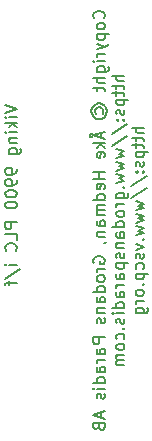
<source format=gbr>
%TF.GenerationSoftware,KiCad,Pcbnew,5.1.9+dfsg1-1*%
%TF.CreationDate,2021-05-25T15:53:09+02:00*%
%TF.ProjectId,i2c-control-interface,6932632d-636f-46e7-9472-6f6c2d696e74,rev?*%
%TF.SameCoordinates,Original*%
%TF.FileFunction,Legend,Bot*%
%TF.FilePolarity,Positive*%
%FSLAX46Y46*%
G04 Gerber Fmt 4.6, Leading zero omitted, Abs format (unit mm)*
G04 Created by KiCad (PCBNEW 5.1.9+dfsg1-1) date 2021-05-25 15:53:09*
%MOMM*%
%LPD*%
G01*
G04 APERTURE LIST*
%ADD10C,0.150000*%
G04 APERTURE END LIST*
D10*
X125834142Y-104189761D02*
X125881761Y-104142142D01*
X125929380Y-103999285D01*
X125929380Y-103904047D01*
X125881761Y-103761190D01*
X125786523Y-103665952D01*
X125691285Y-103618333D01*
X125500809Y-103570714D01*
X125357952Y-103570714D01*
X125167476Y-103618333D01*
X125072238Y-103665952D01*
X124977000Y-103761190D01*
X124929380Y-103904047D01*
X124929380Y-103999285D01*
X124977000Y-104142142D01*
X125024619Y-104189761D01*
X125929380Y-104761190D02*
X125881761Y-104665952D01*
X125834142Y-104618333D01*
X125738904Y-104570714D01*
X125453190Y-104570714D01*
X125357952Y-104618333D01*
X125310333Y-104665952D01*
X125262714Y-104761190D01*
X125262714Y-104904047D01*
X125310333Y-104999285D01*
X125357952Y-105046904D01*
X125453190Y-105094523D01*
X125738904Y-105094523D01*
X125834142Y-105046904D01*
X125881761Y-104999285D01*
X125929380Y-104904047D01*
X125929380Y-104761190D01*
X125262714Y-105523095D02*
X126262714Y-105523095D01*
X125310333Y-105523095D02*
X125262714Y-105618333D01*
X125262714Y-105808809D01*
X125310333Y-105904047D01*
X125357952Y-105951666D01*
X125453190Y-105999285D01*
X125738904Y-105999285D01*
X125834142Y-105951666D01*
X125881761Y-105904047D01*
X125929380Y-105808809D01*
X125929380Y-105618333D01*
X125881761Y-105523095D01*
X125262714Y-106332619D02*
X125929380Y-106570714D01*
X125262714Y-106808809D02*
X125929380Y-106570714D01*
X126167476Y-106475476D01*
X126215095Y-106427857D01*
X126262714Y-106332619D01*
X125929380Y-107189761D02*
X125262714Y-107189761D01*
X125453190Y-107189761D02*
X125357952Y-107237380D01*
X125310333Y-107285000D01*
X125262714Y-107380238D01*
X125262714Y-107475476D01*
X125929380Y-107808809D02*
X125262714Y-107808809D01*
X124929380Y-107808809D02*
X124977000Y-107761190D01*
X125024619Y-107808809D01*
X124977000Y-107856428D01*
X124929380Y-107808809D01*
X125024619Y-107808809D01*
X125262714Y-108713571D02*
X126072238Y-108713571D01*
X126167476Y-108665952D01*
X126215095Y-108618333D01*
X126262714Y-108523095D01*
X126262714Y-108380238D01*
X126215095Y-108285000D01*
X125881761Y-108713571D02*
X125929380Y-108618333D01*
X125929380Y-108427857D01*
X125881761Y-108332619D01*
X125834142Y-108285000D01*
X125738904Y-108237380D01*
X125453190Y-108237380D01*
X125357952Y-108285000D01*
X125310333Y-108332619D01*
X125262714Y-108427857D01*
X125262714Y-108618333D01*
X125310333Y-108713571D01*
X125929380Y-109189761D02*
X124929380Y-109189761D01*
X125929380Y-109618333D02*
X125405571Y-109618333D01*
X125310333Y-109570714D01*
X125262714Y-109475476D01*
X125262714Y-109332619D01*
X125310333Y-109237380D01*
X125357952Y-109189761D01*
X125262714Y-109951666D02*
X125262714Y-110332619D01*
X124929380Y-110094523D02*
X125786523Y-110094523D01*
X125881761Y-110142142D01*
X125929380Y-110237380D01*
X125929380Y-110332619D01*
X125167476Y-112237380D02*
X125119857Y-112142142D01*
X125119857Y-111951666D01*
X125167476Y-111856428D01*
X125262714Y-111761190D01*
X125357952Y-111713571D01*
X125548428Y-111713571D01*
X125643666Y-111761190D01*
X125738904Y-111856428D01*
X125786523Y-111951666D01*
X125786523Y-112142142D01*
X125738904Y-112237380D01*
X124786523Y-112046904D02*
X124834142Y-111808809D01*
X124977000Y-111570714D01*
X125215095Y-111427857D01*
X125453190Y-111380238D01*
X125691285Y-111427857D01*
X125929380Y-111570714D01*
X126072238Y-111808809D01*
X126119857Y-112046904D01*
X126072238Y-112285000D01*
X125929380Y-112523095D01*
X125691285Y-112665952D01*
X125453190Y-112713571D01*
X125215095Y-112665952D01*
X124977000Y-112523095D01*
X124834142Y-112285000D01*
X124786523Y-112046904D01*
X125643666Y-113856428D02*
X125643666Y-114332619D01*
X125929380Y-113761190D02*
X124929380Y-114094523D01*
X125929380Y-114427857D01*
X124929380Y-114094523D02*
X124881761Y-113999285D01*
X124786523Y-113951666D01*
X124691285Y-113999285D01*
X124643666Y-114094523D01*
X124691285Y-114189761D01*
X124786523Y-114237380D01*
X124881761Y-114189761D01*
X124929380Y-114094523D01*
X125929380Y-114761190D02*
X124929380Y-114761190D01*
X125548428Y-114856428D02*
X125929380Y-115142142D01*
X125262714Y-115142142D02*
X125643666Y-114761190D01*
X125881761Y-115951666D02*
X125929380Y-115856428D01*
X125929380Y-115665952D01*
X125881761Y-115570714D01*
X125786523Y-115523095D01*
X125405571Y-115523095D01*
X125310333Y-115570714D01*
X125262714Y-115665952D01*
X125262714Y-115856428D01*
X125310333Y-115951666D01*
X125405571Y-115999285D01*
X125500809Y-115999285D01*
X125596047Y-115523095D01*
X125929380Y-117189761D02*
X124929380Y-117189761D01*
X125405571Y-117189761D02*
X125405571Y-117761190D01*
X125929380Y-117761190D02*
X124929380Y-117761190D01*
X125881761Y-118618333D02*
X125929380Y-118523095D01*
X125929380Y-118332619D01*
X125881761Y-118237380D01*
X125786523Y-118189761D01*
X125405571Y-118189761D01*
X125310333Y-118237380D01*
X125262714Y-118332619D01*
X125262714Y-118523095D01*
X125310333Y-118618333D01*
X125405571Y-118665952D01*
X125500809Y-118665952D01*
X125596047Y-118189761D01*
X125929380Y-119523095D02*
X124929380Y-119523095D01*
X125881761Y-119523095D02*
X125929380Y-119427857D01*
X125929380Y-119237380D01*
X125881761Y-119142142D01*
X125834142Y-119094523D01*
X125738904Y-119046904D01*
X125453190Y-119046904D01*
X125357952Y-119094523D01*
X125310333Y-119142142D01*
X125262714Y-119237380D01*
X125262714Y-119427857D01*
X125310333Y-119523095D01*
X125929380Y-119999285D02*
X125262714Y-119999285D01*
X125357952Y-119999285D02*
X125310333Y-120046904D01*
X125262714Y-120142142D01*
X125262714Y-120285000D01*
X125310333Y-120380238D01*
X125405571Y-120427857D01*
X125929380Y-120427857D01*
X125405571Y-120427857D02*
X125310333Y-120475476D01*
X125262714Y-120570714D01*
X125262714Y-120713571D01*
X125310333Y-120808809D01*
X125405571Y-120856428D01*
X125929380Y-120856428D01*
X125929380Y-121761190D02*
X125405571Y-121761190D01*
X125310333Y-121713571D01*
X125262714Y-121618333D01*
X125262714Y-121427857D01*
X125310333Y-121332619D01*
X125881761Y-121761190D02*
X125929380Y-121665952D01*
X125929380Y-121427857D01*
X125881761Y-121332619D01*
X125786523Y-121285000D01*
X125691285Y-121285000D01*
X125596047Y-121332619D01*
X125548428Y-121427857D01*
X125548428Y-121665952D01*
X125500809Y-121761190D01*
X125262714Y-122237380D02*
X125929380Y-122237380D01*
X125357952Y-122237380D02*
X125310333Y-122285000D01*
X125262714Y-122380238D01*
X125262714Y-122523095D01*
X125310333Y-122618333D01*
X125405571Y-122665952D01*
X125929380Y-122665952D01*
X125881761Y-123189761D02*
X125929380Y-123189761D01*
X126024619Y-123142142D01*
X126072238Y-123094523D01*
X124977000Y-124904047D02*
X124929380Y-124808809D01*
X124929380Y-124665952D01*
X124977000Y-124523095D01*
X125072238Y-124427857D01*
X125167476Y-124380238D01*
X125357952Y-124332619D01*
X125500809Y-124332619D01*
X125691285Y-124380238D01*
X125786523Y-124427857D01*
X125881761Y-124523095D01*
X125929380Y-124665952D01*
X125929380Y-124761190D01*
X125881761Y-124904047D01*
X125834142Y-124951666D01*
X125500809Y-124951666D01*
X125500809Y-124761190D01*
X125929380Y-125380238D02*
X125262714Y-125380238D01*
X125453190Y-125380238D02*
X125357952Y-125427857D01*
X125310333Y-125475476D01*
X125262714Y-125570714D01*
X125262714Y-125665952D01*
X125929380Y-126142142D02*
X125881761Y-126046904D01*
X125834142Y-125999285D01*
X125738904Y-125951666D01*
X125453190Y-125951666D01*
X125357952Y-125999285D01*
X125310333Y-126046904D01*
X125262714Y-126142142D01*
X125262714Y-126284999D01*
X125310333Y-126380238D01*
X125357952Y-126427857D01*
X125453190Y-126475476D01*
X125738904Y-126475476D01*
X125834142Y-126427857D01*
X125881761Y-126380238D01*
X125929380Y-126284999D01*
X125929380Y-126142142D01*
X125929380Y-127332619D02*
X124929380Y-127332619D01*
X125881761Y-127332619D02*
X125929380Y-127237380D01*
X125929380Y-127046904D01*
X125881761Y-126951666D01*
X125834142Y-126904047D01*
X125738904Y-126856428D01*
X125453190Y-126856428D01*
X125357952Y-126904047D01*
X125310333Y-126951666D01*
X125262714Y-127046904D01*
X125262714Y-127237380D01*
X125310333Y-127332619D01*
X125929380Y-128237380D02*
X125405571Y-128237380D01*
X125310333Y-128189761D01*
X125262714Y-128094523D01*
X125262714Y-127904047D01*
X125310333Y-127808809D01*
X125881761Y-128237380D02*
X125929380Y-128142142D01*
X125929380Y-127904047D01*
X125881761Y-127808809D01*
X125786523Y-127761190D01*
X125691285Y-127761190D01*
X125596047Y-127808809D01*
X125548428Y-127904047D01*
X125548428Y-128142142D01*
X125500809Y-128237380D01*
X125262714Y-128713571D02*
X125929380Y-128713571D01*
X125357952Y-128713571D02*
X125310333Y-128761190D01*
X125262714Y-128856428D01*
X125262714Y-128999285D01*
X125310333Y-129094523D01*
X125405571Y-129142142D01*
X125929380Y-129142142D01*
X125881761Y-129570714D02*
X125929380Y-129665952D01*
X125929380Y-129856428D01*
X125881761Y-129951666D01*
X125786523Y-129999285D01*
X125738904Y-129999285D01*
X125643666Y-129951666D01*
X125596047Y-129856428D01*
X125596047Y-129713571D01*
X125548428Y-129618333D01*
X125453190Y-129570714D01*
X125405571Y-129570714D01*
X125310333Y-129618333D01*
X125262714Y-129713571D01*
X125262714Y-129856428D01*
X125310333Y-129951666D01*
X125929380Y-131189761D02*
X124929380Y-131189761D01*
X124929380Y-131570714D01*
X124977000Y-131665952D01*
X125024619Y-131713571D01*
X125119857Y-131761190D01*
X125262714Y-131761190D01*
X125357952Y-131713571D01*
X125405571Y-131665952D01*
X125453190Y-131570714D01*
X125453190Y-131189761D01*
X125929380Y-132618333D02*
X125405571Y-132618333D01*
X125310333Y-132570714D01*
X125262714Y-132475476D01*
X125262714Y-132284999D01*
X125310333Y-132189761D01*
X125881761Y-132618333D02*
X125929380Y-132523095D01*
X125929380Y-132284999D01*
X125881761Y-132189761D01*
X125786523Y-132142142D01*
X125691285Y-132142142D01*
X125596047Y-132189761D01*
X125548428Y-132284999D01*
X125548428Y-132523095D01*
X125500809Y-132618333D01*
X125929380Y-133094523D02*
X125262714Y-133094523D01*
X125453190Y-133094523D02*
X125357952Y-133142142D01*
X125310333Y-133189761D01*
X125262714Y-133284999D01*
X125262714Y-133380238D01*
X125929380Y-134142142D02*
X125405571Y-134142142D01*
X125310333Y-134094523D01*
X125262714Y-133999285D01*
X125262714Y-133808809D01*
X125310333Y-133713571D01*
X125881761Y-134142142D02*
X125929380Y-134046904D01*
X125929380Y-133808809D01*
X125881761Y-133713571D01*
X125786523Y-133665952D01*
X125691285Y-133665952D01*
X125596047Y-133713571D01*
X125548428Y-133808809D01*
X125548428Y-134046904D01*
X125500809Y-134142142D01*
X125929380Y-135046904D02*
X124929380Y-135046904D01*
X125881761Y-135046904D02*
X125929380Y-134951666D01*
X125929380Y-134761190D01*
X125881761Y-134665952D01*
X125834142Y-134618333D01*
X125738904Y-134570714D01*
X125453190Y-134570714D01*
X125357952Y-134618333D01*
X125310333Y-134665952D01*
X125262714Y-134761190D01*
X125262714Y-134951666D01*
X125310333Y-135046904D01*
X125929380Y-135523095D02*
X125262714Y-135523095D01*
X124929380Y-135523095D02*
X124977000Y-135475476D01*
X125024619Y-135523095D01*
X124977000Y-135570714D01*
X124929380Y-135523095D01*
X125024619Y-135523095D01*
X125881761Y-135951666D02*
X125929380Y-136046904D01*
X125929380Y-136237380D01*
X125881761Y-136332619D01*
X125786523Y-136380238D01*
X125738904Y-136380238D01*
X125643666Y-136332619D01*
X125596047Y-136237380D01*
X125596047Y-136094523D01*
X125548428Y-135999285D01*
X125453190Y-135951666D01*
X125405571Y-135951666D01*
X125310333Y-135999285D01*
X125262714Y-136094523D01*
X125262714Y-136237380D01*
X125310333Y-136332619D01*
X125643666Y-137523095D02*
X125643666Y-137999285D01*
X125929380Y-137427857D02*
X124929380Y-137761190D01*
X125929380Y-138094523D01*
X125405571Y-138761190D02*
X125453190Y-138904047D01*
X125500809Y-138951666D01*
X125596047Y-138999285D01*
X125738904Y-138999285D01*
X125834142Y-138951666D01*
X125881761Y-138904047D01*
X125929380Y-138808809D01*
X125929380Y-138427857D01*
X124929380Y-138427857D01*
X124929380Y-138761190D01*
X124977000Y-138856428D01*
X125024619Y-138904047D01*
X125119857Y-138951666D01*
X125215095Y-138951666D01*
X125310333Y-138904047D01*
X125357952Y-138856428D01*
X125405571Y-138761190D01*
X125405571Y-138427857D01*
X127579380Y-109023095D02*
X126579380Y-109023095D01*
X127579380Y-109451666D02*
X127055571Y-109451666D01*
X126960333Y-109404047D01*
X126912714Y-109308809D01*
X126912714Y-109165952D01*
X126960333Y-109070714D01*
X127007952Y-109023095D01*
X126912714Y-109785000D02*
X126912714Y-110165952D01*
X126579380Y-109927857D02*
X127436523Y-109927857D01*
X127531761Y-109975476D01*
X127579380Y-110070714D01*
X127579380Y-110165952D01*
X126912714Y-110356428D02*
X126912714Y-110737380D01*
X126579380Y-110499285D02*
X127436523Y-110499285D01*
X127531761Y-110546904D01*
X127579380Y-110642142D01*
X127579380Y-110737380D01*
X126912714Y-111070714D02*
X127912714Y-111070714D01*
X126960333Y-111070714D02*
X126912714Y-111165952D01*
X126912714Y-111356428D01*
X126960333Y-111451666D01*
X127007952Y-111499285D01*
X127103190Y-111546904D01*
X127388904Y-111546904D01*
X127484142Y-111499285D01*
X127531761Y-111451666D01*
X127579380Y-111356428D01*
X127579380Y-111165952D01*
X127531761Y-111070714D01*
X127531761Y-111927857D02*
X127579380Y-112023095D01*
X127579380Y-112213571D01*
X127531761Y-112308809D01*
X127436523Y-112356428D01*
X127388904Y-112356428D01*
X127293666Y-112308809D01*
X127246047Y-112213571D01*
X127246047Y-112070714D01*
X127198428Y-111975476D01*
X127103190Y-111927857D01*
X127055571Y-111927857D01*
X126960333Y-111975476D01*
X126912714Y-112070714D01*
X126912714Y-112213571D01*
X126960333Y-112308809D01*
X127484142Y-112785000D02*
X127531761Y-112832619D01*
X127579380Y-112785000D01*
X127531761Y-112737380D01*
X127484142Y-112785000D01*
X127579380Y-112785000D01*
X126960333Y-112785000D02*
X127007952Y-112832619D01*
X127055571Y-112785000D01*
X127007952Y-112737380D01*
X126960333Y-112785000D01*
X127055571Y-112785000D01*
X126531761Y-113975476D02*
X127817476Y-113118333D01*
X126531761Y-115023095D02*
X127817476Y-114165952D01*
X126912714Y-115261190D02*
X127579380Y-115451666D01*
X127103190Y-115642142D01*
X127579380Y-115832619D01*
X126912714Y-116023095D01*
X126912714Y-116308809D02*
X127579380Y-116499285D01*
X127103190Y-116689761D01*
X127579380Y-116880238D01*
X126912714Y-117070714D01*
X126912714Y-117356428D02*
X127579380Y-117546904D01*
X127103190Y-117737380D01*
X127579380Y-117927857D01*
X126912714Y-118118333D01*
X127484142Y-118499285D02*
X127531761Y-118546904D01*
X127579380Y-118499285D01*
X127531761Y-118451666D01*
X127484142Y-118499285D01*
X127579380Y-118499285D01*
X126912714Y-119404047D02*
X127722238Y-119404047D01*
X127817476Y-119356428D01*
X127865095Y-119308809D01*
X127912714Y-119213571D01*
X127912714Y-119070714D01*
X127865095Y-118975476D01*
X127531761Y-119404047D02*
X127579380Y-119308809D01*
X127579380Y-119118333D01*
X127531761Y-119023095D01*
X127484142Y-118975476D01*
X127388904Y-118927857D01*
X127103190Y-118927857D01*
X127007952Y-118975476D01*
X126960333Y-119023095D01*
X126912714Y-119118333D01*
X126912714Y-119308809D01*
X126960333Y-119404047D01*
X127579380Y-119880238D02*
X126912714Y-119880238D01*
X127103190Y-119880238D02*
X127007952Y-119927857D01*
X126960333Y-119975476D01*
X126912714Y-120070714D01*
X126912714Y-120165952D01*
X127579380Y-120642142D02*
X127531761Y-120546904D01*
X127484142Y-120499285D01*
X127388904Y-120451666D01*
X127103190Y-120451666D01*
X127007952Y-120499285D01*
X126960333Y-120546904D01*
X126912714Y-120642142D01*
X126912714Y-120785000D01*
X126960333Y-120880238D01*
X127007952Y-120927857D01*
X127103190Y-120975476D01*
X127388904Y-120975476D01*
X127484142Y-120927857D01*
X127531761Y-120880238D01*
X127579380Y-120785000D01*
X127579380Y-120642142D01*
X127579380Y-121832619D02*
X126579380Y-121832619D01*
X127531761Y-121832619D02*
X127579380Y-121737380D01*
X127579380Y-121546904D01*
X127531761Y-121451666D01*
X127484142Y-121404047D01*
X127388904Y-121356428D01*
X127103190Y-121356428D01*
X127007952Y-121404047D01*
X126960333Y-121451666D01*
X126912714Y-121546904D01*
X126912714Y-121737380D01*
X126960333Y-121832619D01*
X127579380Y-122737380D02*
X127055571Y-122737380D01*
X126960333Y-122689761D01*
X126912714Y-122594523D01*
X126912714Y-122404047D01*
X126960333Y-122308809D01*
X127531761Y-122737380D02*
X127579380Y-122642142D01*
X127579380Y-122404047D01*
X127531761Y-122308809D01*
X127436523Y-122261190D01*
X127341285Y-122261190D01*
X127246047Y-122308809D01*
X127198428Y-122404047D01*
X127198428Y-122642142D01*
X127150809Y-122737380D01*
X126912714Y-123213571D02*
X127579380Y-123213571D01*
X127007952Y-123213571D02*
X126960333Y-123261190D01*
X126912714Y-123356428D01*
X126912714Y-123499285D01*
X126960333Y-123594523D01*
X127055571Y-123642142D01*
X127579380Y-123642142D01*
X127531761Y-124070714D02*
X127579380Y-124165952D01*
X127579380Y-124356428D01*
X127531761Y-124451666D01*
X127436523Y-124499285D01*
X127388904Y-124499285D01*
X127293666Y-124451666D01*
X127246047Y-124356428D01*
X127246047Y-124213571D01*
X127198428Y-124118333D01*
X127103190Y-124070714D01*
X127055571Y-124070714D01*
X126960333Y-124118333D01*
X126912714Y-124213571D01*
X126912714Y-124356428D01*
X126960333Y-124451666D01*
X126912714Y-124927857D02*
X127912714Y-124927857D01*
X126960333Y-124927857D02*
X126912714Y-125023095D01*
X126912714Y-125213571D01*
X126960333Y-125308809D01*
X127007952Y-125356428D01*
X127103190Y-125404047D01*
X127388904Y-125404047D01*
X127484142Y-125356428D01*
X127531761Y-125308809D01*
X127579380Y-125213571D01*
X127579380Y-125023095D01*
X127531761Y-124927857D01*
X127579380Y-126261190D02*
X127055571Y-126261190D01*
X126960333Y-126213571D01*
X126912714Y-126118333D01*
X126912714Y-125927857D01*
X126960333Y-125832619D01*
X127531761Y-126261190D02*
X127579380Y-126165952D01*
X127579380Y-125927857D01*
X127531761Y-125832619D01*
X127436523Y-125785000D01*
X127341285Y-125785000D01*
X127246047Y-125832619D01*
X127198428Y-125927857D01*
X127198428Y-126165952D01*
X127150809Y-126261190D01*
X127579380Y-126737380D02*
X126912714Y-126737380D01*
X127103190Y-126737380D02*
X127007952Y-126785000D01*
X126960333Y-126832619D01*
X126912714Y-126927857D01*
X126912714Y-127023095D01*
X127579380Y-127785000D02*
X127055571Y-127785000D01*
X126960333Y-127737380D01*
X126912714Y-127642142D01*
X126912714Y-127451666D01*
X126960333Y-127356428D01*
X127531761Y-127785000D02*
X127579380Y-127689761D01*
X127579380Y-127451666D01*
X127531761Y-127356428D01*
X127436523Y-127308809D01*
X127341285Y-127308809D01*
X127246047Y-127356428D01*
X127198428Y-127451666D01*
X127198428Y-127689761D01*
X127150809Y-127785000D01*
X127579380Y-128689761D02*
X126579380Y-128689761D01*
X127531761Y-128689761D02*
X127579380Y-128594523D01*
X127579380Y-128404047D01*
X127531761Y-128308809D01*
X127484142Y-128261190D01*
X127388904Y-128213571D01*
X127103190Y-128213571D01*
X127007952Y-128261190D01*
X126960333Y-128308809D01*
X126912714Y-128404047D01*
X126912714Y-128594523D01*
X126960333Y-128689761D01*
X127579380Y-129165952D02*
X126912714Y-129165952D01*
X126579380Y-129165952D02*
X126627000Y-129118333D01*
X126674619Y-129165952D01*
X126627000Y-129213571D01*
X126579380Y-129165952D01*
X126674619Y-129165952D01*
X127531761Y-129594523D02*
X127579380Y-129689761D01*
X127579380Y-129880238D01*
X127531761Y-129975476D01*
X127436523Y-130023095D01*
X127388904Y-130023095D01*
X127293666Y-129975476D01*
X127246047Y-129880238D01*
X127246047Y-129737380D01*
X127198428Y-129642142D01*
X127103190Y-129594523D01*
X127055571Y-129594523D01*
X126960333Y-129642142D01*
X126912714Y-129737380D01*
X126912714Y-129880238D01*
X126960333Y-129975476D01*
X127484142Y-130451666D02*
X127531761Y-130499285D01*
X127579380Y-130451666D01*
X127531761Y-130404047D01*
X127484142Y-130451666D01*
X127579380Y-130451666D01*
X127531761Y-131356428D02*
X127579380Y-131261190D01*
X127579380Y-131070714D01*
X127531761Y-130975476D01*
X127484142Y-130927857D01*
X127388904Y-130880238D01*
X127103190Y-130880238D01*
X127007952Y-130927857D01*
X126960333Y-130975476D01*
X126912714Y-131070714D01*
X126912714Y-131261190D01*
X126960333Y-131356428D01*
X127579380Y-131927857D02*
X127531761Y-131832619D01*
X127484142Y-131785000D01*
X127388904Y-131737380D01*
X127103190Y-131737380D01*
X127007952Y-131785000D01*
X126960333Y-131832619D01*
X126912714Y-131927857D01*
X126912714Y-132070714D01*
X126960333Y-132165952D01*
X127007952Y-132213571D01*
X127103190Y-132261190D01*
X127388904Y-132261190D01*
X127484142Y-132213571D01*
X127531761Y-132165952D01*
X127579380Y-132070714D01*
X127579380Y-131927857D01*
X127579380Y-132689761D02*
X126912714Y-132689761D01*
X127007952Y-132689761D02*
X126960333Y-132737380D01*
X126912714Y-132832619D01*
X126912714Y-132975476D01*
X126960333Y-133070714D01*
X127055571Y-133118333D01*
X127579380Y-133118333D01*
X127055571Y-133118333D02*
X126960333Y-133165952D01*
X126912714Y-133261190D01*
X126912714Y-133404047D01*
X126960333Y-133499285D01*
X127055571Y-133546904D01*
X127579380Y-133546904D01*
X129229380Y-113427857D02*
X128229380Y-113427857D01*
X129229380Y-113856428D02*
X128705571Y-113856428D01*
X128610333Y-113808809D01*
X128562714Y-113713571D01*
X128562714Y-113570714D01*
X128610333Y-113475476D01*
X128657952Y-113427857D01*
X128562714Y-114189761D02*
X128562714Y-114570714D01*
X128229380Y-114332619D02*
X129086523Y-114332619D01*
X129181761Y-114380238D01*
X129229380Y-114475476D01*
X129229380Y-114570714D01*
X128562714Y-114761190D02*
X128562714Y-115142142D01*
X128229380Y-114904047D02*
X129086523Y-114904047D01*
X129181761Y-114951666D01*
X129229380Y-115046904D01*
X129229380Y-115142142D01*
X128562714Y-115475476D02*
X129562714Y-115475476D01*
X128610333Y-115475476D02*
X128562714Y-115570714D01*
X128562714Y-115761190D01*
X128610333Y-115856428D01*
X128657952Y-115904047D01*
X128753190Y-115951666D01*
X129038904Y-115951666D01*
X129134142Y-115904047D01*
X129181761Y-115856428D01*
X129229380Y-115761190D01*
X129229380Y-115570714D01*
X129181761Y-115475476D01*
X129181761Y-116332619D02*
X129229380Y-116427857D01*
X129229380Y-116618333D01*
X129181761Y-116713571D01*
X129086523Y-116761190D01*
X129038904Y-116761190D01*
X128943666Y-116713571D01*
X128896047Y-116618333D01*
X128896047Y-116475476D01*
X128848428Y-116380238D01*
X128753190Y-116332619D01*
X128705571Y-116332619D01*
X128610333Y-116380238D01*
X128562714Y-116475476D01*
X128562714Y-116618333D01*
X128610333Y-116713571D01*
X129134142Y-117189761D02*
X129181761Y-117237380D01*
X129229380Y-117189761D01*
X129181761Y-117142142D01*
X129134142Y-117189761D01*
X129229380Y-117189761D01*
X128610333Y-117189761D02*
X128657952Y-117237380D01*
X128705571Y-117189761D01*
X128657952Y-117142142D01*
X128610333Y-117189761D01*
X128705571Y-117189761D01*
X128181761Y-118380238D02*
X129467476Y-117523095D01*
X128181761Y-119427857D02*
X129467476Y-118570714D01*
X128562714Y-119665952D02*
X129229380Y-119856428D01*
X128753190Y-120046904D01*
X129229380Y-120237380D01*
X128562714Y-120427857D01*
X128562714Y-120713571D02*
X129229380Y-120904047D01*
X128753190Y-121094523D01*
X129229380Y-121284999D01*
X128562714Y-121475476D01*
X128562714Y-121761190D02*
X129229380Y-121951666D01*
X128753190Y-122142142D01*
X129229380Y-122332619D01*
X128562714Y-122523095D01*
X129134142Y-122904047D02*
X129181761Y-122951666D01*
X129229380Y-122904047D01*
X129181761Y-122856428D01*
X129134142Y-122904047D01*
X129229380Y-122904047D01*
X128562714Y-123284999D02*
X129229380Y-123523095D01*
X128562714Y-123761190D01*
X129181761Y-124094523D02*
X129229380Y-124189761D01*
X129229380Y-124380238D01*
X129181761Y-124475476D01*
X129086523Y-124523095D01*
X129038904Y-124523095D01*
X128943666Y-124475476D01*
X128896047Y-124380238D01*
X128896047Y-124237380D01*
X128848428Y-124142142D01*
X128753190Y-124094523D01*
X128705571Y-124094523D01*
X128610333Y-124142142D01*
X128562714Y-124237380D01*
X128562714Y-124380238D01*
X128610333Y-124475476D01*
X129181761Y-125380238D02*
X129229380Y-125284999D01*
X129229380Y-125094523D01*
X129181761Y-124999285D01*
X129134142Y-124951666D01*
X129038904Y-124904047D01*
X128753190Y-124904047D01*
X128657952Y-124951666D01*
X128610333Y-124999285D01*
X128562714Y-125094523D01*
X128562714Y-125284999D01*
X128610333Y-125380238D01*
X128562714Y-125808809D02*
X129562714Y-125808809D01*
X128610333Y-125808809D02*
X128562714Y-125904047D01*
X128562714Y-126094523D01*
X128610333Y-126189761D01*
X128657952Y-126237380D01*
X128753190Y-126284999D01*
X129038904Y-126284999D01*
X129134142Y-126237380D01*
X129181761Y-126189761D01*
X129229380Y-126094523D01*
X129229380Y-125904047D01*
X129181761Y-125808809D01*
X129134142Y-126713571D02*
X129181761Y-126761190D01*
X129229380Y-126713571D01*
X129181761Y-126665952D01*
X129134142Y-126713571D01*
X129229380Y-126713571D01*
X129229380Y-127332619D02*
X129181761Y-127237380D01*
X129134142Y-127189761D01*
X129038904Y-127142142D01*
X128753190Y-127142142D01*
X128657952Y-127189761D01*
X128610333Y-127237380D01*
X128562714Y-127332619D01*
X128562714Y-127475476D01*
X128610333Y-127570714D01*
X128657952Y-127618333D01*
X128753190Y-127665952D01*
X129038904Y-127665952D01*
X129134142Y-127618333D01*
X129181761Y-127570714D01*
X129229380Y-127475476D01*
X129229380Y-127332619D01*
X129229380Y-128094523D02*
X128562714Y-128094523D01*
X128753190Y-128094523D02*
X128657952Y-128142142D01*
X128610333Y-128189761D01*
X128562714Y-128284999D01*
X128562714Y-128380238D01*
X128562714Y-129142142D02*
X129372238Y-129142142D01*
X129467476Y-129094523D01*
X129515095Y-129046904D01*
X129562714Y-128951666D01*
X129562714Y-128808809D01*
X129515095Y-128713571D01*
X129181761Y-129142142D02*
X129229380Y-129046904D01*
X129229380Y-128856428D01*
X129181761Y-128761190D01*
X129134142Y-128713571D01*
X129038904Y-128665952D01*
X128753190Y-128665952D01*
X128657952Y-128713571D01*
X128610333Y-128761190D01*
X128562714Y-128856428D01*
X128562714Y-129046904D01*
X128610333Y-129142142D01*
X117486180Y-111557752D02*
X118486180Y-111891085D01*
X117486180Y-112224419D01*
X118486180Y-112557752D02*
X117819514Y-112557752D01*
X117486180Y-112557752D02*
X117533800Y-112510133D01*
X117581419Y-112557752D01*
X117533800Y-112605371D01*
X117486180Y-112557752D01*
X117581419Y-112557752D01*
X118486180Y-113033942D02*
X117486180Y-113033942D01*
X118105228Y-113129180D02*
X118486180Y-113414895D01*
X117819514Y-113414895D02*
X118200466Y-113033942D01*
X118486180Y-113843466D02*
X117819514Y-113843466D01*
X117486180Y-113843466D02*
X117533800Y-113795847D01*
X117581419Y-113843466D01*
X117533800Y-113891085D01*
X117486180Y-113843466D01*
X117581419Y-113843466D01*
X117819514Y-114319657D02*
X118486180Y-114319657D01*
X117914752Y-114319657D02*
X117867133Y-114367276D01*
X117819514Y-114462514D01*
X117819514Y-114605371D01*
X117867133Y-114700609D01*
X117962371Y-114748228D01*
X118486180Y-114748228D01*
X117819514Y-115652990D02*
X118629038Y-115652990D01*
X118724276Y-115605371D01*
X118771895Y-115557752D01*
X118819514Y-115462514D01*
X118819514Y-115319657D01*
X118771895Y-115224419D01*
X118438561Y-115652990D02*
X118486180Y-115557752D01*
X118486180Y-115367276D01*
X118438561Y-115272038D01*
X118390942Y-115224419D01*
X118295704Y-115176800D01*
X118009990Y-115176800D01*
X117914752Y-115224419D01*
X117867133Y-115272038D01*
X117819514Y-115367276D01*
X117819514Y-115557752D01*
X117867133Y-115652990D01*
X118486180Y-116938704D02*
X118486180Y-117129180D01*
X118438561Y-117224419D01*
X118390942Y-117272038D01*
X118248085Y-117367276D01*
X118057609Y-117414895D01*
X117676657Y-117414895D01*
X117581419Y-117367276D01*
X117533800Y-117319657D01*
X117486180Y-117224419D01*
X117486180Y-117033942D01*
X117533800Y-116938704D01*
X117581419Y-116891085D01*
X117676657Y-116843466D01*
X117914752Y-116843466D01*
X118009990Y-116891085D01*
X118057609Y-116938704D01*
X118105228Y-117033942D01*
X118105228Y-117224419D01*
X118057609Y-117319657D01*
X118009990Y-117367276D01*
X117914752Y-117414895D01*
X118486180Y-117891085D02*
X118486180Y-118081561D01*
X118438561Y-118176800D01*
X118390942Y-118224419D01*
X118248085Y-118319657D01*
X118057609Y-118367276D01*
X117676657Y-118367276D01*
X117581419Y-118319657D01*
X117533800Y-118272038D01*
X117486180Y-118176800D01*
X117486180Y-117986323D01*
X117533800Y-117891085D01*
X117581419Y-117843466D01*
X117676657Y-117795847D01*
X117914752Y-117795847D01*
X118009990Y-117843466D01*
X118057609Y-117891085D01*
X118105228Y-117986323D01*
X118105228Y-118176800D01*
X118057609Y-118272038D01*
X118009990Y-118319657D01*
X117914752Y-118367276D01*
X117486180Y-118986323D02*
X117486180Y-119081561D01*
X117533800Y-119176800D01*
X117581419Y-119224419D01*
X117676657Y-119272038D01*
X117867133Y-119319657D01*
X118105228Y-119319657D01*
X118295704Y-119272038D01*
X118390942Y-119224419D01*
X118438561Y-119176800D01*
X118486180Y-119081561D01*
X118486180Y-118986323D01*
X118438561Y-118891085D01*
X118390942Y-118843466D01*
X118295704Y-118795847D01*
X118105228Y-118748228D01*
X117867133Y-118748228D01*
X117676657Y-118795847D01*
X117581419Y-118843466D01*
X117533800Y-118891085D01*
X117486180Y-118986323D01*
X117486180Y-119938704D02*
X117486180Y-120033942D01*
X117533800Y-120129180D01*
X117581419Y-120176800D01*
X117676657Y-120224419D01*
X117867133Y-120272038D01*
X118105228Y-120272038D01*
X118295704Y-120224419D01*
X118390942Y-120176800D01*
X118438561Y-120129180D01*
X118486180Y-120033942D01*
X118486180Y-119938704D01*
X118438561Y-119843466D01*
X118390942Y-119795847D01*
X118295704Y-119748228D01*
X118105228Y-119700609D01*
X117867133Y-119700609D01*
X117676657Y-119748228D01*
X117581419Y-119795847D01*
X117533800Y-119843466D01*
X117486180Y-119938704D01*
X118486180Y-121462514D02*
X117486180Y-121462514D01*
X117486180Y-121843466D01*
X117533800Y-121938704D01*
X117581419Y-121986323D01*
X117676657Y-122033942D01*
X117819514Y-122033942D01*
X117914752Y-121986323D01*
X117962371Y-121938704D01*
X118009990Y-121843466D01*
X118009990Y-121462514D01*
X118486180Y-122938704D02*
X118486180Y-122462514D01*
X117486180Y-122462514D01*
X118390942Y-123843466D02*
X118438561Y-123795847D01*
X118486180Y-123652990D01*
X118486180Y-123557752D01*
X118438561Y-123414895D01*
X118343323Y-123319657D01*
X118248085Y-123272038D01*
X118057609Y-123224419D01*
X117914752Y-123224419D01*
X117724276Y-123272038D01*
X117629038Y-123319657D01*
X117533800Y-123414895D01*
X117486180Y-123557752D01*
X117486180Y-123652990D01*
X117533800Y-123795847D01*
X117581419Y-123843466D01*
X118486180Y-125033942D02*
X117819514Y-125033942D01*
X117486180Y-125033942D02*
X117533800Y-124986323D01*
X117581419Y-125033942D01*
X117533800Y-125081561D01*
X117486180Y-125033942D01*
X117581419Y-125033942D01*
X117438561Y-126224419D02*
X118724276Y-125367276D01*
X117819514Y-126414895D02*
X117819514Y-126795847D01*
X118486180Y-126557752D02*
X117629038Y-126557752D01*
X117533800Y-126605371D01*
X117486180Y-126700609D01*
X117486180Y-126795847D01*
M02*

</source>
